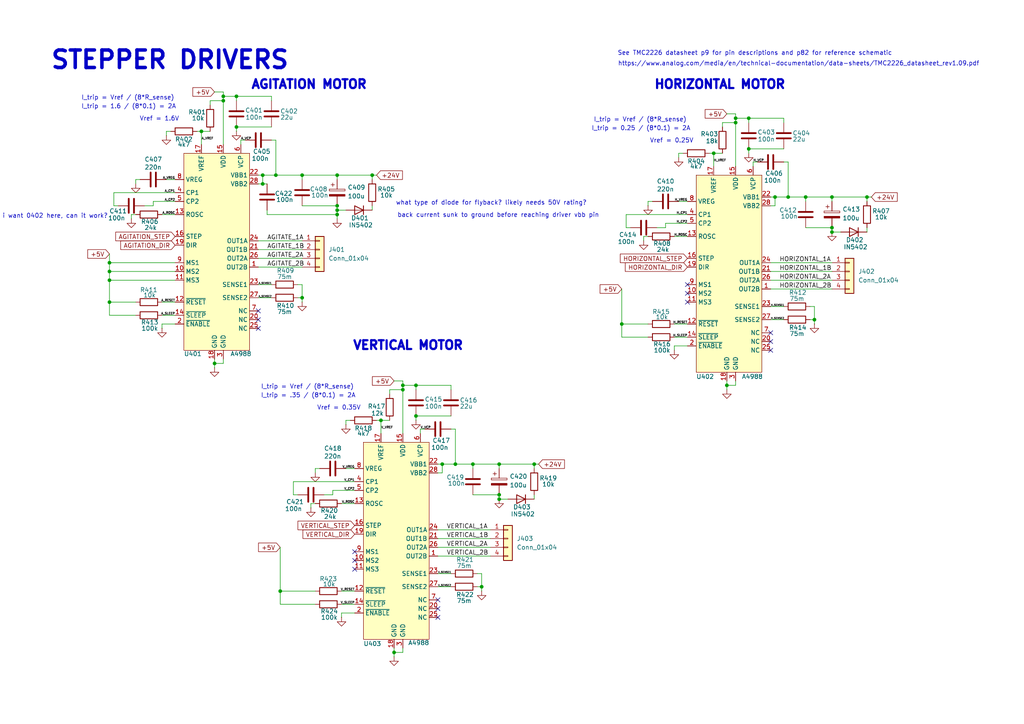
<source format=kicad_sch>
(kicad_sch (version 20250114) (generator "eeschema") (generator_version "9.0")
  (paper "A4")
  (lib_symbols
    (symbol "A4988_1"
      (property "Reference" "U" (at -7.874 20.066 0))
      (property "Value" "A4988" (at 7.366 -39.37 0))
      (symbol "A4988_1_1_1"
        (pin passive line (at -11.43 11.43 0) (length 2.54) (name "VREG") (number "8"))
        (pin input line (at -11.43 7.62 0) (length 2.54) (name "CP1") (number "4"))
        (pin input line (at -11.43 5.08 0) (length 2.54) (name "CP2") (number "5"))
        (pin input line (at -11.43 1.27 0) (length 2.54) (name "ROSC") (number "13"))
        (pin input line (at -11.43 -5.08 0) (length 2.54) (name "STEP") (number "16"))
        (pin input line (at -11.43 -7.62 0) (length 2.54) (name "DIR") (number "19"))
        (pin input line (at -11.43 -12.7 0) (length 2.54) (name "MS1") (number "9"))
        (pin input line (at -11.43 -15.24 0) (length 2.54) (name "MS2") (number "10"))
        (pin input line (at -11.43 -17.78 0) (length 2.54) (name "MS3") (number "11"))
        (pin input line (at -11.43 -24.13 0) (length 2.54) (name "~{RESET}") (number "12"))
        (pin input line (at -11.43 -27.94 0) (length 2.54) (name "~{SLEEP}") (number "14"))
        (pin input line (at -11.43 -30.48 0) (length 2.54) (name "~{ENABLE}") (number "2"))
        (pin passive line (at -3.81 21.59 270) (length 2.54) (name "VREF") (number "17"))
        (pin passive line (at 0 -40.64 90) (length 2.54) (name "GND") (number "18"))
        (pin passive line (at 0 -40.64 90) (length 2.54) (hide yes) (name "GND") (number "29"))
        (pin passive line (at 2.54 21.59 270) (length 2.54) (name "VDD") (number "15"))
        (pin passive line (at 2.54 -40.64 90) (length 2.54) (name "GND") (number "3"))
        (pin input line (at 7.62 21.59 270) (length 2.54) (name "VCP") (number "6"))
        (pin input line (at 12.7 12.7 180) (length 2.54) (name "VBB1") (number "22"))
        (pin input line (at 12.7 10.16 180) (length 2.54) (name "VBB2") (number "28"))
        (pin output line (at 12.7 -6.35 180) (length 2.54) (name "OUT1A") (number "24"))
        (pin output line (at 12.7 -8.89 180) (length 2.54) (name "OUT1B") (number "21"))
        (pin output line (at 12.7 -11.43 180) (length 2.54) (name "OUT2A") (number "26"))
        (pin output line (at 12.7 -13.97 180) (length 2.54) (name "OUT2B") (number "1"))
        (pin passive line (at 12.7 -19.05 180) (length 2.54) (name "SENSE1") (number "23"))
        (pin passive line (at 12.7 -22.86 180) (length 2.54) (name "SENSE2") (number "27"))
        (pin passive line (at 12.7 -26.67 180) (length 2.54) (name "NC") (number "7"))
        (pin passive line (at 12.7 -29.21 180) (length 2.54) (name "NC") (number "20"))
        (pin passive line (at 12.7 -31.75 180) (length 2.54) (name "NC") (number "25"))
      )
    )
    (symbol "A4988_2"
      (property "Reference" "U" (at -7.874 20.066 0))
      (property "Value" "A4988" (at 7.366 -39.37 0))
      (symbol "A4988_2_1_1"
        (pin passive line (at -11.43 11.43 0) (length 2.54) (name "VREG") (number "8"))
        (pin input line (at -11.43 7.62 0) (length 2.54) (name "CP1") (number "4"))
        (pin input line (at -11.43 5.08 0) (length 2.54) (name "CP2") (number "5"))
        (pin input line (at -11.43 1.27 0) (length 2.54) (name "ROSC") (number "13"))
        (pin input line (at -11.43 -5.08 0) (length 2.54) (name "STEP") (number "16"))
        (pin input line (at -11.43 -7.62 0) (length 2.54) (name "DIR") (number "19"))
        (pin input line (at -11.43 -12.7 0) (length 2.54) (name "MS1") (number "9"))
        (pin input line (at -11.43 -15.24 0) (length 2.54) (name "MS2") (number "10"))
        (pin input line (at -11.43 -17.78 0) (length 2.54) (name "MS3") (number "11"))
        (pin input line (at -11.43 -24.13 0) (length 2.54) (name "~{RESET}") (number "12"))
        (pin input line (at -11.43 -27.94 0) (length 2.54) (name "~{SLEEP}") (number "14"))
        (pin input line (at -11.43 -30.48 0) (length 2.54) (name "~{ENABLE}") (number "2"))
        (pin passive line (at -3.81 21.59 270) (length 2.54) (name "VREF") (number "17"))
        (pin passive line (at 0 -40.64 90) (length 2.54) (name "GND") (number "18"))
        (pin passive line (at 0 -40.64 90) (length 2.54) (hide yes) (name "GND") (number "29"))
        (pin passive line (at 2.54 21.59 270) (length 2.54) (name "VDD") (number "15"))
        (pin passive line (at 2.54 -40.64 90) (length 2.54) (name "GND") (number "3"))
        (pin input line (at 7.62 21.59 270) (length 2.54) (name "VCP") (number "6"))
        (pin input line (at 12.7 12.7 180) (length 2.54) (name "VBB1") (number "22"))
        (pin input line (at 12.7 10.16 180) (length 2.54) (name "VBB2") (number "28"))
        (pin output line (at 12.7 -6.35 180) (length 2.54) (name "OUT1A") (number "24"))
        (pin output line (at 12.7 -8.89 180) (length 2.54) (name "OUT1B") (number "21"))
        (pin output line (at 12.7 -11.43 180) (length 2.54) (name "OUT2A") (number "26"))
        (pin output line (at 12.7 -13.97 180) (length 2.54) (name "OUT2B") (number "1"))
        (pin passive line (at 12.7 -19.05 180) (length 2.54) (name "SENSE1") (number "23"))
        (pin passive line (at 12.7 -22.86 180) (length 2.54) (name "SENSE2") (number "27"))
        (pin passive line (at 12.7 -26.67 180) (length 2.54) (name "NC") (number "7"))
        (pin passive line (at 12.7 -29.21 180) (length 2.54) (name "NC") (number "20"))
        (pin passive line (at 12.7 -31.75 180) (length 2.54) (name "NC") (number "25"))
      )
    )
    (symbol "Connector_Generic:Conn_01x04" (pin_names (offset 1.016) (hide yes))
      (property "Reference" "J" (at 0 5.08 0))
      (property "Value" "Conn_01x04" (at 0 -7.62 0))
      (symbol "Conn_01x04_1_1"
        (pin passive line (at -5.08 2.54 0) (length 3.81) (name "Pin_1") (number "1"))
        (pin passive line (at -5.08 0 0) (length 3.81) (name "Pin_2") (number "2"))
        (pin passive line (at -5.08 -2.54 0) (length 3.81) (name "Pin_3") (number "3"))
        (pin passive line (at -5.08 -5.08 0) (length 3.81) (name "Pin_4") (number "4"))
      )
    )
    (symbol "Device:C" (pin_numbers (hide yes)) (pin_names (offset 0.254))
      (property "Reference" "C" (at 0.635 2.54 0))
      (property "Value" "C" (at 0.635 -2.54 0))
      (symbol "C_1_1"
        (pin passive line (at 0 3.81 270) (length 2.794) (name "~") (number "1"))
        (pin passive line (at 0 -3.81 90) (length 2.794) (name "~") (number "2"))
      )
    )
    (symbol "Device:C_Polarized" (pin_numbers (hide yes)) (pin_names (offset 0.254))
      (property "Reference" "C" (at 0.635 2.54 0))
      (property "Value" "C_Polarized" (at 0.635 -2.54 0))
      (symbol "C_Polarized_1_1"
        (pin passive line (at 0 3.81 270) (length 2.794) (name "~") (number "1"))
        (pin passive line (at 0 -3.81 90) (length 2.794) (name "~") (number "2"))
      )
    )
    (symbol "Device:D" (pin_numbers (hide yes)) (pin_names (offset 1.016) (hide yes))
      (property "Reference" "D" (at 0 2.54 0))
      (property "Value" "D" (at 0 -2.54 0))
      (symbol "D_1_1"
        (pin passive line (at -3.81 0 0) (length 2.54) (name "K") (number "1"))
        (pin passive line (at 3.81 0 180) (length 2.54) (name "A") (number "2"))
      )
    )
    (symbol "Device:R" (pin_numbers (hide yes)) (pin_names (offset 0))
      (property "Reference" "R" (at 2.032 0 90))
      (property "Value" "R" (at 0 0 90))
      (symbol "R_1_1"
        (pin passive line (at 0 3.81 270) (length 1.27) (name "~") (number "1"))
        (pin passive line (at 0 -3.81 90) (length 1.27) (name "~") (number "2"))
      )
    )
    (symbol "a4988_symbol:A4988"
      (property "Reference" "U" (at -7.874 20.066 0))
      (property "Value" "A4988" (at 7.366 -39.37 0))
      (symbol "A4988_1_1"
        (pin passive line (at -11.43 11.43 0) (length 2.54) (name "VREG") (number "8"))
        (pin input line (at -11.43 7.62 0) (length 2.54) (name "CP1") (number "4"))
        (pin input line (at -11.43 5.08 0) (length 2.54) (name "CP2") (number "5"))
        (pin input line (at -11.43 1.27 0) (length 2.54) (name "ROSC") (number "13"))
        (pin input line (at -11.43 -5.08 0) (length 2.54) (name "STEP") (number "16"))
        (pin input line (at -11.43 -7.62 0) (length 2.54) (name "DIR") (number "19"))
        (pin input line (at -11.43 -12.7 0) (length 2.54) (name "MS1") (number "9"))
        (pin input line (at -11.43 -15.24 0) (length 2.54) (name "MS2") (number "10"))
        (pin input line (at -11.43 -17.78 0) (length 2.54) (name "MS3") (number "11"))
        (pin input line (at -11.43 -24.13 0) (length 2.54) (name "~{RESET}") (number "12"))
        (pin input line (at -11.43 -27.94 0) (length 2.54) (name "~{SLEEP}") (number "14"))
        (pin input line (at -11.43 -30.48 0) (length 2.54) (name "~{ENABLE}") (number "2"))
        (pin passive line (at -3.81 21.59 270) (length 2.54) (name "VREF") (number "17"))
        (pin passive line (at 0 -40.64 90) (length 2.54) (name "GND") (number "18"))
        (pin passive line (at 0 -40.64 90) (length 2.54) (hide yes) (name "GND") (number "29"))
        (pin passive line (at 2.54 21.59 270) (length 2.54) (name "VDD") (number "15"))
        (pin passive line (at 2.54 -40.64 90) (length 2.54) (name "GND") (number "3"))
        (pin input line (at 7.62 21.59 270) (length 2.54) (name "VCP") (number "6"))
        (pin input line (at 12.7 12.7 180) (length 2.54) (name "VBB1") (number "22"))
        (pin input line (at 12.7 10.16 180) (length 2.54) (name "VBB2") (number "28"))
        (pin output line (at 12.7 -6.35 180) (length 2.54) (name "OUT1A") (number "24"))
        (pin output line (at 12.7 -8.89 180) (length 2.54) (name "OUT1B") (number "21"))
        (pin output line (at 12.7 -11.43 180) (length 2.54) (name "OUT2A") (number "26"))
        (pin output line (at 12.7 -13.97 180) (length 2.54) (name "OUT2B") (number "1"))
        (pin passive line (at 12.7 -19.05 180) (length 2.54) (name "SENSE1") (number "23"))
        (pin passive line (at 12.7 -22.86 180) (length 2.54) (name "SENSE2") (number "27"))
        (pin passive line (at 12.7 -26.67 180) (length 2.54) (name "NC") (number "7"))
        (pin passive line (at 12.7 -29.21 180) (length 2.54) (name "NC") (number "20"))
        (pin passive line (at 12.7 -31.75 180) (length 2.54) (name "NC") (number "25"))
      )
    )
    (symbol "power:GND" (power) (pin_numbers (hide yes)) (pin_names (offset 0) (hide yes))
      (property "Value" "GND" (at 0 -3.81 0))
      (symbol "GND_1_1"
        (pin power_in line (at 0 0 270) (length 0) (name "~") (number "1"))
      )
    )
  )
  (text "I_trip = 0.25 / (8*0.1) = 2A" (at 185.928 37.338 0) (effects (font (size 1.27 1.27))))
  (text "I_trip = Vref / (8*R_sense)" (at 89.154 112.268 0) (effects (font (size 1.27 1.27))))
  (text "i want 0402 here, can it work?" (at 16.002 62.738 0) (effects (font (size 1.27 1.27))))
  (text "I_trip = Vref / (8*R_sense)" (at 37.084 28.448 0) (effects (font (size 1.27 1.27))))
  (text "Vref = 1.6V" (at 46.228 34.544 0) (effects (font (size 1.27 1.27))))
  (text "I_trip = Vref / (8*R_sense)" (at 185.674 34.798 0) (effects (font (size 1.27 1.27))))
  (text "VERTICAL MOTOR" (at 118.364 100.33 0) (effects (font (size 2.54 2.54) (thickness 1.016) (bold yes))))
  (text "back current sunk to ground before reaching driver vbb pin" (at 144.526 62.484 0) (effects (font (size 1.27 1.27))))
  (text "Vref = 0.35V" (at 98.298 118.364 0) (effects (font (size 1.27 1.27))))
  (text "I_trip = .35 / (8*0.1) = 2A" (at 89.408 114.808 0) (effects (font (size 1.27 1.27))))
  (text "AGITATION MOTOR" (at 89.662 24.638 0) (effects (font (size 2.54 2.54) (thickness 1.016) (bold yes))))
  (text "STEPPER DRIVERS" (at 49.276 17.526 0) (effects (font (size 5.08 5.08) (thickness 1.016) (bold yes))))
  (text "See TMC2226 datasheet p9 for pin descriptions and p82 for reference schematic\n" (at 218.948 15.494 0) (effects (font (size 1.27 1.27))))
  (text "Vref = 0.25V" (at 194.818 40.894 0) (effects (font (size 1.27 1.27))))
  (text "HORIZONTAL MOTOR" (at 208.788 24.638 0) (effects (font (size 2.54 2.54) (thickness 1.016) (bold yes))))
  (text "https://www.analog.com/media/en/technical-documentation/data-sheets/TMC2226_datasheet_rev1.09.pdf" (at 231.648 18.542 0) (effects (font (size 1.27 1.27))))
  (text "I_trip = 1.6 / (8*0.1) = 2A" (at 37.338 30.988 0) (effects (font (size 1.27 1.27))))
  (text "what type of diode for flyback? likely needs 50V rating?" (at 142.494 58.928 0) (effects (font (size 1.27 1.27))))
  (junction (at 180.34 93.98))
  (junction (at 217.17 43.18))
  (junction (at 241.3 57.15))
  (junction (at 64.77 29.21))
  (junction (at 62.23 105.41))
  (junction (at 76.2 53.34))
  (junction (at 110.49 121.92))
  (junction (at 97.79 50.8))
  (junction (at 68.58 27.94))
  (junction (at 120.65 120.65))
  (junction (at 217.17 34.29))
  (junction (at 107.95 50.8))
  (junction (at 31.75 81.28))
  (junction (at 233.68 57.15))
  (junction (at 224.79 57.15))
  (junction (at 64.77 27.94))
  (junction (at 31.75 78.74))
  (junction (at 58.42 38.1))
  (junction (at 251.46 57.15))
  (junction (at 144.78 144.78))
  (junction (at 241.3 66.04))
  (junction (at 128.27 134.62))
  (junction (at 68.58 36.83))
  (junction (at 213.36 34.29))
  (junction (at 154.94 134.62))
  (junction (at 97.79 59.69))
  (junction (at 116.84 113.03))
  (junction (at 228.6 57.15))
  (junction (at 87.63 86.36))
  (junction (at 139.7 170.18))
  (junction (at 31.75 76.2))
  (junction (at 87.63 50.8))
  (junction (at 76.2 50.8))
  (junction (at 210.82 111.76))
  (junction (at 144.78 134.62))
  (junction (at 241.3 67.31))
  (junction (at 80.01 50.8))
  (junction (at 97.79 60.96))
  (junction (at 97.79 62.23))
  (junction (at 236.22 92.71))
  (junction (at 207.01 44.45))
  (junction (at 120.65 111.76))
  (junction (at 31.75 87.63))
  (junction (at 144.78 143.51))
  (junction (at 213.36 35.56))
  (junction (at 132.08 134.62))
  (junction (at 114.3 189.23))
  (junction (at 116.84 111.76))
  (junction (at 137.16 134.62))
  (junction (at 81.28 171.45))
  (no_connect (at 223.52 96.52))
  (no_connect (at 102.87 162.56))
  (no_connect (at 199.39 87.63))
  (no_connect (at 74.93 90.17))
  (no_connect (at 74.93 92.71))
  (no_connect (at 199.39 82.55))
  (no_connect (at 199.39 85.09))
  (no_connect (at 102.87 160.02))
  (no_connect (at 74.93 95.25))
  (no_connect (at 127 179.07))
  (no_connect (at 102.87 165.1))
  (no_connect (at 127 176.53))
  (no_connect (at 223.52 101.6))
  (no_connect (at 127 173.99))
  (no_connect (at 223.52 99.06))
  (wire (pts (xy 101.6 121.92) (xy 100.33 121.92)))
  (wire (pts (xy 121.92 124.46) (xy 123.19 124.46)))
  (wire (pts (xy 223.52 88.9) (xy 227.33 88.9)))
  (wire (pts (xy 69.85 41.91) (xy 69.85 40.64)))
  (wire (pts (xy 50.8 78.74) (xy 31.75 78.74)))
  (wire (pts (xy 217.17 34.29) (xy 217.17 35.56)))
  (wire (pts (xy 96.52 142.24) (xy 96.52 143.51)))
  (wire (pts (xy 187.96 58.42) (xy 189.23 58.42)))
  (wire (pts (xy 85.09 139.7) (xy 85.09 143.51)))
  (wire (pts (xy 85.09 139.7) (xy 102.87 139.7)))
  (wire (pts (xy 114.3 110.49) (xy 116.84 110.49)))
  (wire (pts (xy 195.58 100.33) (xy 195.58 101.6)))
  (wire (pts (xy 209.55 35.56) (xy 213.36 35.56)))
  (wire (pts (xy 99.06 177.8) (xy 99.06 179.07)))
  (wire (pts (xy 78.74 40.64) (xy 80.01 40.64)))
  (wire (pts (xy 100.33 121.92) (xy 100.33 123.19)))
  (wire (pts (xy 38.1 62.23) (xy 38.1 63.5)))
  (wire (pts (xy 49.53 38.1) (xy 48.26 38.1)))
  (wire (pts (xy 96.52 142.24) (xy 102.87 142.24)))
  (wire (pts (xy 128.27 134.62) (xy 132.08 134.62)))
  (wire (pts (xy 116.84 189.23) (xy 114.3 189.23)))
  (wire (pts (xy 241.3 58.42) (xy 241.3 57.15)))
  (wire (pts (xy 68.58 36.83) (xy 68.58 38.1)))
  (wire (pts (xy 210.82 110.49) (xy 210.82 111.76)))
  (wire (pts (xy 74.93 77.47) (xy 87.63 77.47)))
  (wire (pts (xy 217.17 43.18) (xy 227.33 43.18)))
  (wire (pts (xy 107.95 50.8) (xy 109.22 50.8)))
  (wire (pts (xy 223.52 92.71) (xy 227.33 92.71)))
  (wire (pts (xy 64.77 41.91) (xy 64.77 29.21)))
  (wire (pts (xy 91.44 135.89) (xy 92.71 135.89)))
  (wire (pts (xy 31.75 81.28) (xy 31.75 78.74)))
  (wire (pts (xy 87.63 86.36) (xy 87.63 87.63)))
  (wire (pts (xy 93.98 143.51) (xy 96.52 143.51)))
  (wire (pts (xy 251.46 57.15) (xy 241.3 57.15)))
  (wire (pts (xy 195.58 93.98) (xy 199.39 93.98)))
  (wire (pts (xy 241.3 67.31) (xy 243.84 67.31)))
  (wire (pts (xy 81.28 158.75) (xy 81.28 171.45)))
  (wire (pts (xy 116.84 113.03) (xy 116.84 111.76)))
  (wire (pts (xy 99.06 171.45) (xy 102.87 171.45)))
  (wire (pts (xy 213.36 48.26) (xy 213.36 35.56)))
  (wire (pts (xy 180.34 97.79) (xy 180.34 93.98)))
  (wire (pts (xy 64.77 105.41) (xy 62.23 105.41)))
  (wire (pts (xy 144.78 143.51) (xy 144.78 144.78)))
  (wire (pts (xy 91.44 146.05) (xy 90.17 146.05)))
  (wire (pts (xy 223.52 76.2) (xy 241.3 76.2)))
  (wire (pts (xy 114.3 187.96) (xy 114.3 189.23)))
  (wire (pts (xy 207.01 44.45) (xy 207.01 48.26)))
  (wire (pts (xy 223.52 78.74) (xy 241.3 78.74)))
  (wire (pts (xy 236.22 92.71) (xy 236.22 93.98)))
  (wire (pts (xy 213.36 33.02) (xy 213.36 34.29)))
  (wire (pts (xy 46.99 93.98) (xy 46.99 95.25)))
  (wire (pts (xy 60.96 38.1) (xy 58.42 38.1)))
  (wire (pts (xy 241.3 66.04) (xy 241.3 67.31)))
  (wire (pts (xy 81.28 175.26) (xy 81.28 171.45)))
  (wire (pts (xy 100.33 135.89) (xy 102.87 135.89)))
  (wire (pts (xy 113.03 113.03) (xy 113.03 114.3)))
  (wire (pts (xy 46.99 62.23) (xy 50.8 62.23)))
  (wire (pts (xy 80.01 40.64) (xy 80.01 50.8)))
  (wire (pts (xy 210.82 111.76) (xy 210.82 113.03)))
  (wire (pts (xy 154.94 134.62) (xy 156.21 134.62)))
  (wire (pts (xy 91.44 137.16) (xy 91.44 135.89)))
  (wire (pts (xy 68.58 27.94) (xy 68.58 29.21)))
  (wire (pts (xy 139.7 166.37) (xy 139.7 170.18)))
  (wire (pts (xy 50.8 81.28) (xy 31.75 81.28)))
  (wire (pts (xy 114.3 189.23) (xy 114.3 190.5)))
  (wire (pts (xy 44.45 58.42) (xy 50.8 58.42)))
  (wire (pts (xy 205.74 44.45) (xy 207.01 44.45)))
  (wire (pts (xy 62.23 104.14) (xy 62.23 105.41)))
  (wire (pts (xy 64.77 26.67) (xy 64.77 27.94)))
  (wire (pts (xy 113.03 121.92) (xy 110.49 121.92)))
  (wire (pts (xy 50.8 76.2) (xy 31.75 76.2)))
  (wire (pts (xy 193.04 64.77) (xy 193.04 66.04)))
  (wire (pts (xy 233.68 66.04) (xy 241.3 66.04)))
  (wire (pts (xy 121.92 125.73) (xy 121.92 124.46)))
  (wire (pts (xy 85.09 143.51) (xy 86.36 143.51)))
  (wire (pts (xy 116.84 111.76) (xy 120.65 111.76)))
  (wire (pts (xy 64.77 29.21) (xy 64.77 27.94)))
  (wire (pts (xy 234.95 92.71) (xy 236.22 92.71)))
  (wire (pts (xy 223.52 59.69) (xy 224.79 59.69)))
  (wire (pts (xy 234.95 88.9) (xy 236.22 88.9)))
  (wire (pts (xy 251.46 66.04) (xy 251.46 67.31)))
  (wire (pts (xy 228.6 57.15) (xy 233.68 57.15)))
  (wire (pts (xy 86.36 86.36) (xy 87.63 86.36)))
  (wire (pts (xy 39.37 52.07) (xy 40.64 52.07)))
  (wire (pts (xy 120.65 111.76) (xy 120.65 113.03)))
  (wire (pts (xy 97.79 60.96) (xy 97.79 62.23)))
  (wire (pts (xy 109.22 121.92) (xy 110.49 121.92)))
  (wire (pts (xy 224.79 57.15) (xy 224.79 59.69)))
  (wire (pts (xy 127 156.21) (xy 142.24 156.21)))
  (wire (pts (xy 31.75 78.74) (xy 31.75 76.2)))
  (wire (pts (xy 33.02 55.88) (xy 50.8 55.88)))
  (wire (pts (xy 128.27 134.62) (xy 127 134.62)))
  (wire (pts (xy 224.79 57.15) (xy 228.6 57.15)))
  (wire (pts (xy 39.37 62.23) (xy 38.1 62.23)))
  (wire (pts (xy 58.42 38.1) (xy 58.42 41.91)))
  (wire (pts (xy 76.2 53.34) (xy 77.47 53.34)))
  (wire (pts (xy 186.69 68.58) (xy 186.69 69.85)))
  (wire (pts (xy 62.23 105.41) (xy 62.23 106.68)))
  (wire (pts (xy 46.99 91.44) (xy 50.8 91.44)))
  (wire (pts (xy 64.77 27.94) (xy 68.58 27.94)))
  (wire (pts (xy 107.95 50.8) (xy 97.79 50.8)))
  (wire (pts (xy 80.01 50.8) (xy 87.63 50.8)))
  (wire (pts (xy 180.34 83.82) (xy 180.34 93.98)))
  (wire (pts (xy 74.93 72.39) (xy 87.63 72.39)))
  (wire (pts (xy 138.43 170.18) (xy 139.7 170.18)))
  (wire (pts (xy 81.28 171.45) (xy 91.44 171.45)))
  (wire (pts (xy 209.55 44.45) (xy 207.01 44.45)))
  (wire (pts (xy 46.99 93.98) (xy 50.8 93.98)))
  (wire (pts (xy 60.96 29.21) (xy 60.96 30.48)))
  (wire (pts (xy 196.85 44.45) (xy 196.85 45.72)))
  (wire (pts (xy 39.37 53.34) (xy 39.37 52.07)))
  (wire (pts (xy 69.85 40.64) (xy 71.12 40.64)))
  (wire (pts (xy 224.79 57.15) (xy 223.52 57.15)))
  (wire (pts (xy 144.78 144.78) (xy 147.32 144.78)))
  (wire (pts (xy 130.81 111.76) (xy 130.81 113.03)))
  (wire (pts (xy 127 158.75) (xy 142.24 158.75)))
  (wire (pts (xy 31.75 87.63) (xy 31.75 81.28)))
  (wire (pts (xy 127 161.29) (xy 142.24 161.29)))
  (wire (pts (xy 127 153.67) (xy 142.24 153.67)))
  (wire (pts (xy 181.61 66.04) (xy 182.88 66.04)))
  (wire (pts (xy 97.79 59.69) (xy 97.79 60.96)))
  (wire (pts (xy 138.43 166.37) (xy 139.7 166.37)))
  (wire (pts (xy 33.02 59.69) (xy 34.29 59.69)))
  (wire (pts (xy 116.84 110.49) (xy 116.84 111.76)))
  (wire (pts (xy 213.36 111.76) (xy 210.82 111.76)))
  (wire (pts (xy 180.34 97.79) (xy 187.96 97.79)))
  (wire (pts (xy 217.17 34.29) (xy 227.33 34.29)))
  (wire (pts (xy 33.02 55.88) (xy 33.02 59.69)))
  (wire (pts (xy 127 170.18) (xy 130.81 170.18)))
  (wire (pts (xy 137.16 143.51) (xy 144.78 143.51)))
  (wire (pts (xy 81.28 175.26) (xy 91.44 175.26)))
  (wire (pts (xy 116.84 125.73) (xy 116.84 113.03)))
  (wire (pts (xy 154.94 143.51) (xy 154.94 144.78)))
  (wire (pts (xy 76.2 50.8) (xy 80.01 50.8)))
  (wire (pts (xy 48.26 52.07) (xy 50.8 52.07)))
  (wire (pts (xy 78.74 27.94) (xy 78.74 29.21)))
  (wire (pts (xy 90.17 146.05) (xy 90.17 147.32)))
  (wire (pts (xy 62.23 26.67) (xy 64.77 26.67)))
  (wire (pts (xy 46.99 87.63) (xy 50.8 87.63)))
  (wire (pts (xy 181.61 62.23) (xy 181.61 66.04)))
  (wire (pts (xy 227.33 34.29) (xy 227.33 35.56)))
  (wire (pts (xy 87.63 59.69) (xy 97.79 59.69)))
  (wire (pts (xy 120.65 111.76) (xy 130.81 111.76)))
  (wire (pts (xy 120.65 120.65) (xy 120.65 121.92)))
  (wire (pts (xy 233.68 57.15) (xy 241.3 57.15)))
  (wire (pts (xy 87.63 50.8) (xy 87.63 52.07)))
  (wire (pts (xy 120.65 120.65) (xy 130.81 120.65)))
  (wire (pts (xy 132.08 134.62) (xy 137.16 134.62)))
  (wire (pts (xy 41.91 59.69) (xy 44.45 59.69)))
  (wire (pts (xy 99.06 175.26) (xy 102.87 175.26)))
  (wire (pts (xy 77.47 62.23) (xy 97.79 62.23)))
  (wire (pts (xy 77.47 60.96) (xy 77.47 62.23)))
  (wire (pts (xy 48.26 38.1) (xy 48.26 39.37)))
  (wire (pts (xy 137.16 134.62) (xy 144.78 134.62)))
  (wire (pts (xy 110.49 121.92) (xy 110.49 125.73)))
  (wire (pts (xy 127 166.37) (xy 130.81 166.37)))
  (wire (pts (xy 144.78 135.89) (xy 144.78 134.62)))
  (wire (pts (xy 154.94 134.62) (xy 144.78 134.62)))
  (wire (pts (xy 196.85 58.42) (xy 199.39 58.42)))
  (wire (pts (xy 107.95 52.07) (xy 107.95 50.8)))
  (wire (pts (xy 251.46 58.42) (xy 251.46 57.15)))
  (wire (pts (xy 198.12 44.45) (xy 196.85 44.45)))
  (wire (pts (xy 76.2 50.8) (xy 76.2 53.34)))
  (wire (pts (xy 31.75 91.44) (xy 31.75 87.63)))
  (wire (pts (xy 223.52 83.82) (xy 241.3 83.82)))
  (wire (pts (xy 218.44 48.26) (xy 218.44 46.99)))
  (wire (pts (xy 213.36 34.29) (xy 217.17 34.29)))
  (wire (pts (xy 187.96 68.58) (xy 186.69 68.58)))
  (wire (pts (xy 217.17 43.18) (xy 217.17 44.45)))
  (wire (pts (xy 99.06 177.8) (xy 102.87 177.8)))
  (wire (pts (xy 87.63 82.55) (xy 87.63 86.36)))
  (wire (pts (xy 180.34 93.98) (xy 187.96 93.98)))
  (wire (pts (xy 99.06 146.05) (xy 102.87 146.05)))
  (wire (pts (xy 31.75 91.44) (xy 39.37 91.44)))
  (wire (pts (xy 130.81 124.46) (xy 132.08 124.46)))
  (wire (pts (xy 195.58 100.33) (xy 199.39 100.33)))
  (wire (pts (xy 74.93 69.85) (xy 87.63 69.85)))
  (wire (pts (xy 74.93 86.36) (xy 78.74 86.36)))
  (wire (pts (xy 127 137.16) (xy 128.27 137.16)))
  (wire (pts (xy 195.58 97.79) (xy 199.39 97.79)))
  (wire (pts (xy 113.03 113.03) (xy 116.84 113.03)))
  (wire (pts (xy 187.96 59.69) (xy 187.96 58.42)))
  (wire (pts (xy 107.95 59.69) (xy 107.95 60.96)))
  (wire (pts (xy 236.22 88.9) (xy 236.22 92.71)))
  (wire (pts (xy 116.84 187.96) (xy 116.84 189.23)))
  (wire (pts (xy 139.7 170.18) (xy 139.7 171.45)))
  (wire (pts (xy 68.58 27.94) (xy 78.74 27.94)))
  (wire (pts (xy 218.44 46.99) (xy 219.71 46.99)))
  (wire (pts (xy 195.58 68.58) (xy 199.39 68.58)))
  (wire (pts (xy 64.77 104.14) (xy 64.77 105.41)))
  (wire (pts (xy 97.79 62.23) (xy 97.79 63.5)))
  (wire (pts (xy 68.58 36.83) (xy 78.74 36.83)))
  (wire (pts (xy 137.16 134.62) (xy 137.16 135.89)))
  (wire (pts (xy 193.04 64.77) (xy 199.39 64.77)))
  (wire (pts (xy 233.68 57.15) (xy 233.68 58.42)))
  (wire (pts (xy 210.82 33.02) (xy 213.36 33.02)))
  (wire (pts (xy 31.75 73.66) (xy 31.75 76.2)))
  (wire (pts (xy 87.63 50.8) (xy 97.79 50.8)))
  (wire (pts (xy 97.79 60.96) (xy 100.33 60.96)))
  (wire (pts (xy 209.55 35.56) (xy 209.55 36.83)))
  (wire (pts (xy 97.79 52.07) (xy 97.79 50.8)))
  (wire (pts (xy 57.15 38.1) (xy 58.42 38.1)))
  (wire (pts (xy 74.93 82.55) (xy 78.74 82.55)))
  (wire (pts (xy 74.93 53.34) (xy 76.2 53.34)))
  (wire (pts (xy 86.36 82.55) (xy 87.63 82.55)))
  (wire (pts (xy 223.52 81.28) (xy 241.3 81.28)))
  (wire (pts (xy 132.08 124.46) (xy 132.08 134.62)))
  (wire (pts (xy 74.93 74.93) (xy 87.63 74.93)))
  (wire (pts (xy 228.6 46.99) (xy 228.6 57.15)))
  (wire (pts (xy 31.75 87.63) (xy 39.37 87.63)))
  (wire (pts (xy 181.61 62.23) (xy 199.39 62.23)))
  (wire (pts (xy 76.2 50.8) (xy 74.93 50.8)))
  (wire (pts (xy 227.33 46.99) (xy 228.6 46.99)))
  (wire (pts (xy 213.36 35.56) (xy 213.36 34.29)))
  (wire (pts (xy 190.5 66.04) (xy 193.04 66.04)))
  (wire (pts (xy 213.36 110.49) (xy 213.36 111.76)))
  (wire (pts (xy 251.46 57.15) (xy 252.73 57.15)))
  (wire (pts (xy 60.96 29.21) (xy 64.77 29.21)))
  (wire (pts (xy 44.45 58.42) (xy 44.45 59.69)))
  (wire (pts (xy 154.94 135.89) (xy 154.94 134.62)))
  (wire (pts (xy 128.27 134.62) (xy 128.27 137.16)))
  (label "V_CP2" (at 102.87 142.24 180) (effects (font (size 0.635 0.635))))
  (label "H_RESET" (at 199.39 93.98 180) (effects (font (size 0.635 0.635))))
  (label "AGITATE_2B" (at 77.47 77.47 0))
  (label "VERTICAL_2A" (at 129.54 158.75 0))
  (label "HORIZONTAL_1A" (at 226.06 76.2 0))
  (label "AGITATE_1B" (at 77.47 72.39 0))
  (label "V_RESET" (at 102.87 171.45 180) (effects (font (size 0.635 0.635))))
  (label "H_SENSE2" (at 223.52 92.71 0) (effects (font (size 0.508 0.508))))
  (label "H_SLEEP" (at 199.39 97.79 180) (effects (font (size 0.635 0.635))))
  (label "A_SENSE2" (at 74.93 86.36 0) (effects (font (size 0.508 0.508))))
  (label "V_VCP" (at 121.92 124.46 0) (effects (font (size 0.635 0.635))))
  (label "A_CP1" (at 50.8 55.88 180) (effects (font (size 0.635 0.635))))
  (label "HORIZONTAL_2B" (at 226.06 83.82 0))
  (label "H_CP1" (at 199.39 62.23 180) (effects (font (size 0.635 0.635))))
  (label "H_VREG" (at 199.39 58.42 180) (effects (font (size 0.635 0.635))))
  (label "A_SENSE1" (at 74.93 82.55 0) (effects (font (size 0.508 0.508))))
  (label "VERTICAL_1B" (at 129.54 156.21 0))
  (label "A_RESET" (at 50.8 87.63 180) (effects (font (size 0.635 0.635))))
  (label "V_ROSC" (at 102.87 146.05 180) (effects (font (size 0.635 0.635))))
  (label "V_SENSE1" (at 127 166.37 0) (effects (font (size 0.508 0.508))))
  (label "AGITATE_2A" (at 77.47 74.93 0))
  (label "V_VREG" (at 102.87 135.89 180) (effects (font (size 0.635 0.635))))
  (label "H_CP2" (at 199.39 64.77 180) (effects (font (size 0.635 0.635))))
  (label "A_VREG" (at 50.8 52.07 180) (effects (font (size 0.635 0.635))))
  (label "V_VREF" (at 110.49 124.46 0) (effects (font (size 0.635 0.635))))
  (label "A_SLEEP" (at 50.8 91.44 180) (effects (font (size 0.635 0.635))))
  (label "VERTICAL_1A" (at 129.54 153.67 0))
  (label "VERTICAL_2B" (at 129.54 161.29 0))
  (label "A_ROSC" (at 50.8 62.23 180) (effects (font (size 0.635 0.635))))
  (label "A_VREF" (at 58.42 40.64 0) (effects (font (size 0.635 0.635))))
  (label "HORIZONTAL_2A" (at 226.06 81.28 0))
  (label "V_CP1" (at 102.87 139.7 180) (effects (font (size 0.635 0.635))))
  (label "A_VCP" (at 69.85 40.64 0) (effects (font (size 0.635 0.635))))
  (label "AGITATE_1A" (at 77.47 69.85 0))
  (label "A_CP2" (at 50.8 58.42 180) (effects (font (size 0.635 0.635))))
  (label "H_VCP" (at 218.44 46.99 0) (effects (font (size 0.635 0.635))))
  (label "V_SLEEP" (at 102.87 175.26 180) (effects (font (size 0.635 0.635))))
  (label "H_VREF" (at 207.01 46.99 0) (effects (font (size 0.635 0.635))))
  (label "HORIZONTAL_1B" (at 226.06 78.74 0))
  (label "H_ROSC" (at 199.39 68.58 180) (effects (font (size 0.635 0.635))))
  (label "V_SENSE2" (at 127 170.18 0) (effects (font (size 0.508 0.508))))
  (label "H_SENSE1" (at 223.52 88.9 0) (effects (font (size 0.508 0.508))))
  (global_label "+5V" (shape input) (at 180.34 83.82 180) (property "Intersheetrefs" "${INTERSHEET_REFS}" (effects (hide yes))))
  (global_label "+24V" (shape input) (at 109.22 50.8 0) (property "Intersheetrefs" "${INTERSHEET_REFS}" (effects (hide yes))))
  (global_label "VERTICAL_DIR" (shape input) (at 102.87 154.94 180) (property "Intersheetrefs" "${INTERSHEET_REFS}" (effects (hide yes))))
  (global_label "+5V" (shape input) (at 114.3 110.49 180) (property "Intersheetrefs" "${INTERSHEET_REFS}" (effects (hide yes))))
  (global_label "AGITATION_STEP" (shape input) (at 50.8 68.58 180) (property "Intersheetrefs" "${INTERSHEET_REFS}" (effects (hide yes))))
  (global_label "+5V" (shape input) (at 210.82 33.02 180) (property "Intersheetrefs" "${INTERSHEET_REFS}" (effects (hide yes))))
  (global_label "HORIZONTAL_DIR" (shape input) (at 199.39 77.47 180) (property "Intersheetrefs" "${INTERSHEET_REFS}" (effects (hide yes))))
  (global_label "+5V" (shape input) (at 62.23 26.67 180) (property "Intersheetrefs" "${INTERSHEET_REFS}" (effects (hide yes))))
  (global_label "AGITATION_DIR" (shape input) (at 50.8 71.12 180) (property "Intersheetrefs" "${INTERSHEET_REFS}" (effects (hide yes))))
  (global_label "VERTICAL_STEP" (shape input) (at 102.87 152.4 180) (property "Intersheetrefs" "${INTERSHEET_REFS}" (effects (hide yes))))
  (global_label "+5V" (shape input) (at 31.75 73.66 180) (property "Intersheetrefs" "${INTERSHEET_REFS}" (effects (hide yes))))
  (global_label "HORIZONTAL_STEP" (shape input) (at 199.39 74.93 180) (property "Intersheetrefs" "${INTERSHEET_REFS}" (effects (hide yes))))
  (global_label "+24V" (shape input) (at 252.73 57.15 0) (property "Intersheetrefs" "${INTERSHEET_REFS}" (effects (hide yes))))
  (global_label "+5V" (shape input) (at 81.28 158.75 180) (property "Intersheetrefs" "${INTERSHEET_REFS}" (effects (hide yes))))
  (global_label "+24V" (shape input) (at 156.21 134.62 0) (property "Intersheetrefs" "${INTERSHEET_REFS}" (effects (hide yes))))
  (symbol (lib_id "power:GND") (at 196.85 45.72 0) (unit 1)
    (property "Reference" "#PWR0404" (effects (hide yes)))
    (property "Value" "GND" (effects (hide yes)))
    (property "Description" "Power symbol creates a global label with name \"GND\" , ground" (effects (hide yes)))
  )
  (symbol (lib_id "power:GND") (at 186.69 69.85 0) (unit 1)
    (property "Reference" "#PWR0410" (effects (hide yes)))
    (property "Value" "GND" (effects (hide yes)))
    (property "Description" "Power symbol creates a global label with name \"GND\" , ground" (effects (hide yes)))
  )
  (symbol (lib_id "Device:C_Polarized") (at 144.78 139.7 0) (unit 1) (in_bom no)
    (property "Reference" "C420" (at 147.828 138.176 0) (effects (justify left)))
    (property "Value" "100u" (at 147.828 140.716 0) (effects (justify left)))
    (property "Footprint" "Capacitor_THT:CP_Radial_D16.0mm_P7.50mm" (effects (hide yes)))
    (property "Description" "Polarized capacitor" (effects (hide yes)))
  )
  (symbol (lib_id "Device:R") (at 43.18 87.63 90) (unit 1)
    (property "Reference" "R411" (at 45.72 84.074 90) (effects (justify left)))
    (property "Value" "10k" (at 45.212 85.598 90) (effects (justify left)))
    (property "Footprint" "Resistor_SMD:R_0603_1608Metric" (effects (hide yes)))
    (property "Description" "Resistor" (effects (hide yes)))
    (property "Manufacturer" "UNI-ROYAL(Uniroyal Elec)" (effects (hide yes)))
    (property "MPN" "0603WAF1002T5E" (effects (hide yes)))
    (property "LCSC Part Number" "C25804" (effects (hide yes)))
  )
  (symbol (lib_id "Device:C") (at 137.16 139.7 180) (unit 1)
    (property "Reference" "C419" (at 134.62 138.43 0) (effects (justify left)))
    (property "Value" "100n" (at 134.874 140.208 0) (effects (justify left)))
    (property "Footprint" "Capacitor_SMD:C_0603_1608Metric" (effects (hide yes)))
    (property "Description" "Unpolarized capacitor" (effects (hide yes)))
    (property "Manufacturer" "YAGEO" (effects (hide yes)))
    (property "MPN" "CC0603KRX7R9BB104" (effects (hide yes)))
    (property "LCSC Part Number" "C14663" (effects (hide yes)))
  )
  (symbol (lib_id "Device:R") (at 191.77 97.79 90) (unit 1)
    (property "Reference" "R416" (at 192.024 99.822 90))
    (property "Value" "100k" (at 192.024 101.6 90))
    (property "Footprint" "Resistor_SMD:R_0603_1608Metric" (effects (hide yes)))
    (property "Description" "Resistor" (effects (hide yes)))
    (property "Manufacturer" "UNI-ROYAL(Uniroyal Elec)" (effects (hide yes)))
    (property "MPN" "0603WAF1003T5E" (effects (hide yes)))
    (property "LCSC Part Number" "C25803" (effects (hide yes)))
  )
  (symbol (lib_id "power:GND") (at 97.79 63.5 0) (unit 1)
    (property "Reference" "#PWR0407" (effects (hide yes)))
    (property "Value" "GND" (effects (hide yes)))
    (property "Description" "Power symbol creates a global label with name \"GND\" , ground" (effects (hide yes)))
  )
  (symbol (lib_id "Device:C") (at 193.04 58.42 270) (unit 1)
    (property "Reference" "C410" (at 190.5 52.578 90) (effects (justify left)))
    (property "Value" "220n" (at 190.5 54.864 90) (effects (justify left)))
    (property "Footprint" "Capacitor_SMD:C_0805_2012Metric" (effects (hide yes)))
    (property "Description" "Unpolarized capacitor" (effects (hide yes)))
    (property "Manufacturer" "Samsung Electro-Mechanics" (effects (hide yes)))
    (property "MPN" "CL21B224KBFNNNE" (effects (hide yes)))
    (property "LCSC Part Number" "C5378" (effects (hide yes)))
  )
  (symbol (lib_id "power:GND") (at 62.23 106.68 0) (unit 1)
    (property "Reference" "#PWR0415" (effects (hide yes)))
    (property "Value" "GND" (effects (hide yes)))
    (property "Description" "Power symbol creates a global label with name \"GND\" , ground" (effects (hide yes)))
  )
  (symbol (lib_id "Device:D") (at 151.13 144.78 180) (unit 1) (in_bom no)
    (property "Reference" "D403" (at 151.384 147.066 0))
    (property "Value" "IN5402" (at 151.638 149.098 0))
    (property "Footprint" "Diode_THT:D_DO-27_P15.24mm_Horizontal" (effects (hide yes)))
    (property "Description" "Diode" (effects (hide yes)))
    (property "Sim.Device" "D" (effects (hide yes)))
    (property "Sim.Pins" "1=K 2=A" (effects (hide yes)))
  )
  (symbol (lib_id "a4988_symbol:A4988") (at 114.3 147.32 0) (unit 1)
    (property "Reference" "U403" (at 105.41 186.69 0) (effects (justify left)))
    (property "Value" "A4988" (at 118.364 186.436 0) (effects (justify left)))
    (property "Footprint" "Package_DFN_QFN:QFN-28-1EP_5x5mm_P0.5mm_EP3.25x3.25mm_ThermalVias" (effects (hide yes)))
    (property "Datasheet" "kicad-embed://A4988-Datasheet.pdf" (effects (hide yes)))
    (property "Manufacturer" "Allegro MicroSystems, LLC" (effects (hide yes)))
    (property "MPN" "A4988SETTR-T" (effects (hide yes)))
    (property "LCSC Part Number" "C38437" (effects (hide yes)))
  )
  (symbol (lib_id "Device:R") (at 95.25 171.45 90) (unit 1)
    (property "Reference" "R423" (at 97.79 167.894 90) (effects (justify left)))
    (property "Value" "10k" (at 97.282 169.418 90) (effects (justify left)))
    (property "Footprint" "Resistor_SMD:R_0603_1608Metric" (effects (hide yes)))
    (property "Description" "Resistor" (effects (hide yes)))
    (property "Manufacturer" "UNI-ROYAL(Uniroyal Elec)" (effects (hide yes)))
    (property "MPN" "0603WAF1002T5E" (effects (hide yes)))
    (property "LCSC Part Number" "C25804" (effects (hide yes)))
  )
  (symbol (lib_id "power:GND") (at 210.82 113.03 0) (unit 1)
    (property "Reference" "#PWR0416" (effects (hide yes)))
    (property "Value" "GND" (effects (hide yes)))
    (property "Description" "Power symbol creates a global label with name \"GND\" , ground" (effects (hide yes)))
  )
  (symbol (lib_id "power:GND") (at 39.37 53.34 0) (unit 1)
    (property "Reference" "#PWR0405" (effects (hide yes)))
    (property "Value" "GND" (effects (hide yes)))
    (property "Description" "Power symbol creates a global label with name \"GND\" , ground" (effects (hide yes)))
  )
  (symbol (lib_id "power:GND") (at 91.44 137.16 0) (unit 1)
    (property "Reference" "#PWR0419" (effects (hide yes)))
    (property "Value" "GND" (effects (hide yes)))
    (property "Description" "Power symbol creates a global label with name \"GND\" , ground" (effects (hide yes)))
  )
  (symbol (lib_id "Device:R") (at 53.34 38.1 270) (unit 1)
    (property "Reference" "R402" (at 53.34 40.386 90))
    (property "Value" "4k7" (at 53.34 41.91 90))
    (property "Footprint" "Resistor_SMD:R_0603_1608Metric" (effects (hide yes)))
    (property "Description" "Resistor" (effects (hide yes)))
    (property "Manufacturer" "UNI-ROYAL(Uniroyal Elec)" (effects (hide yes)))
    (property "MPN" "0603WAF4701T5E" (effects (hide yes)))
    (property "LCSC Part Number" "C23162" (effects (hide yes)))
  )
  (symbol (lib_id "Device:R") (at 113.03 118.11 180) (unit 1)
    (property "Reference" "R417" (at 109.22 117.856 0))
    (property "Value" "12k" (at 109.474 119.888 0))
    (property "Footprint" "Resistor_SMD:R_0603_1608Metric" (effects (hide yes)))
    (property "Description" "Resistor" (effects (hide yes)))
    (property "Manufacturer" "UNI-ROYAL(Uniroyal Elec)" (effects (hide yes)))
    (property "MPN" "0603WAF1202T5E" (effects (hide yes)))
    (property "LCSC Part Number" "C22790" (effects (hide yes)))
  )
  (symbol (lib_id "Device:C") (at 74.93 40.64 90) (unit 1)
    (property "Reference" "C405" (at 78.486 43.942 90) (effects (justify left)))
    (property "Value" "100n" (at 77.978 45.974 90) (effects (justify left)))
    (property "Footprint" "Capacitor_SMD:C_0603_1608Metric" (effects (hide yes)))
    (property "Description" "Unpolarized capacitor" (effects (hide yes)))
    (property "Manufacturer" "YAGEO" (effects (hide yes)))
    (property "MPN" "CC0603KRX7R9BB104" (effects (hide yes)))
    (property "LCSC Part Number" "C14663" (effects (hide yes)))
  )
  (symbol (lib_id "Device:R") (at 154.94 139.7 0) (unit 1)
    (property "Reference" "R419" (at 156.464 138.684 0) (effects (justify left)))
    (property "Value" "10k" (at 157.226 140.462 0) (effects (justify left)))
    (property "Footprint" "Resistor_SMD:R_0603_1608Metric" (effects (hide yes)))
    (property "Description" "Resistor" (effects (hide yes)))
    (property "Manufacturer" "UNI-ROYAL(Uniroyal Elec)" (effects (hide yes)))
    (property "MPN" "0603WAF1002T5E" (effects (hide yes)))
    (property "LCSC Part Number" "C25804" (effects (hide yes)))
  )
  (symbol (lib_id "Device:R") (at 209.55 40.64 0) (unit 1)
    (property "Reference" "R403" (at 205.74 38.862 0))
    (property "Value" "18k" (at 206.502 40.894 0))
    (property "Footprint" "Resistor_SMD:R_0603_1608Metric" (effects (hide yes)))
    (property "Description" "Resistor" (effects (hide yes)))
    (property "Manufacturer" "UNI-ROYAL(Uniroyal Elec)" (effects (hide yes)))
    (property "MPN" "0603WAF1802T5E" (effects (hide yes)))
    (property "LCSC Part Number" "C25810" (effects (hide yes)))
  )
  (symbol (lib_id "power:GND") (at 236.22 93.98 0) (unit 1)
    (property "Reference" "#PWR0412" (effects (hide yes)))
    (property "Value" "GND" (effects (hide yes)))
    (property "Description" "Power symbol creates a global label with name \"GND\" , ground" (effects (hide yes)))
  )
  (symbol (lib_id "Device:R") (at 231.14 88.9 90) (unit 1)
    (property "Reference" "R412" (at 231.394 84.836 90))
    (property "Value" "75m" (at 231.14 86.614 90))
    (property "Footprint" "Resistor_SMD:R_1206_3216Metric" (effects (hide yes)))
    (property "Description" "Resistor" (effects (hide yes)))
    (property "Manufacturer" "Ever Ohms Tech" (effects (hide yes)))
    (property "MPN" "CR1206FR075P05R" (effects (hide yes)))
    (property "LCSC Part Number" "C149663" (effects (hide yes)))
  )
  (symbol (lib_id "Device:C") (at 38.1 59.69 90) (unit 1)
    (property "Reference" "C411" (at 36.83 61.214 90) (effects (justify left)))
    (property "Value" "100n" (at 36.322 63.246 90) (effects (justify left)))
    (property "Footprint" "Capacitor_SMD:C_0603_1608Metric" (effects (hide yes)))
    (property "Description" "Unpolarized capacitor" (effects (hide yes)))
    (property "Manufacturer" "YAGEO" (effects (hide yes)))
    (property "MPN" "CC0603KRX7R9BB104" (effects (hide yes)))
    (property "LCSC Part Number" "C14663" (effects (hide yes)))
  )
  (symbol (lib_id "Device:C") (at 127 124.46 90) (unit 1)
    (property "Reference" "C417" (at 130.556 127.762 90) (effects (justify left)))
    (property "Value" "100n" (at 130.048 129.794 90) (effects (justify left)))
    (property "Footprint" "Capacitor_SMD:C_0603_1608Metric" (effects (hide yes)))
    (property "Description" "Unpolarized capacitor" (effects (hide yes)))
    (property "Manufacturer" "YAGEO" (effects (hide yes)))
    (property "MPN" "CC0603KRX7R9BB104" (effects (hide yes)))
    (property "LCSC Part Number" "C14663" (effects (hide yes)))
  )
  (symbol (lib_id "Device:R") (at 201.93 44.45 270) (unit 1)
    (property "Reference" "R404" (at 201.93 46.736 90))
    (property "Value" "4k7" (at 201.93 48.26 90))
    (property "Footprint" "Resistor_SMD:R_0603_1608Metric" (effects (hide yes)))
    (property "Description" "Resistor" (effects (hide yes)))
    (property "Manufacturer" "UNI-ROYAL(Uniroyal Elec)" (effects (hide yes)))
    (property "MPN" "0603WAF4701T5E" (effects (hide yes)))
    (property "LCSC Part Number" "C23162" (effects (hide yes)))
  )
  (symbol (lib_id "power:GND") (at 90.17 147.32 0) (unit 1)
    (property "Reference" "#PWR0421" (effects (hide yes)))
    (property "Value" "GND" (effects (hide yes)))
    (property "Description" "Power symbol creates a global label with name \"GND\" , ground" (effects (hide yes)))
  )
  (symbol (lib_id "Device:C") (at 130.81 116.84 0) (unit 1)
    (property "Reference" "C416" (at 133.35 116.078 0) (effects (justify left)))
    (property "Value" "22u" (at 133.35 117.856 0) (effects (justify left)))
    (property "Footprint" "Capacitor_SMD:C_0603_1608Metric" (effects (hide yes)))
    (property "Description" "Unpolarized capacitor" (effects (hide yes)))
    (property "Manufacturer" "Samsung Electro-Mechanics" (effects (hide yes)))
    (property "MPN" "CL21A226MAQNNNE" (effects (hide yes)))
    (property "LCSC Part Number" "C45783" (effects (hide yes)))
  )
  (symbol (lib_id "Device:C_Polarized") (at 97.79 55.88 0) (unit 1) (in_bom no)
    (property "Reference" "C409" (at 100.838 54.356 0) (effects (justify left)))
    (property "Value" "100u" (at 100.838 56.896 0) (effects (justify left)))
    (property "Footprint" "Capacitor_THT:CP_Radial_D16.0mm_P7.50mm" (effects (hide yes)))
    (property "Description" "Polarized capacitor" (effects (hide yes)))
  )
  (symbol (lib_id "Device:D") (at 104.14 60.96 180) (unit 1) (in_bom no)
    (property "Reference" "D401" (at 104.394 63.246 0))
    (property "Value" "IN5402" (at 104.648 65.278 0))
    (property "Footprint" "Diode_THT:D_DO-27_P15.24mm_Horizontal" (effects (hide yes)))
    (property "Description" "Diode" (effects (hide yes)))
    (property "Sim.Device" "D" (effects (hide yes)))
    (property "Sim.Pins" "1=K 2=A" (effects (hide yes)))
  )
  (symbol (lib_id "Device:C") (at 120.65 116.84 180) (unit 1)
    (property "Reference" "C415" (at 125.73 115.824 0))
    (property "Value" "100n" (at 125.73 117.856 0))
    (property "Footprint" "Capacitor_SMD:C_0402_1005Metric" (effects (hide yes)))
    (property "Description" "Unpolarized capacitor" (effects (hide yes)))
    (property "Manufacturer" "Samsung Electro-Mechanics" (effects (hide yes)))
    (property "MPN" "CL05B104KO5NNNC" (effects (hide yes)))
    (property "LCSC Part Number" "C1525" (effects (hide yes)))
  )
  (symbol (lib_id "power:GND") (at 48.26 39.37 0) (unit 1)
    (property "Reference" "#PWR0402" (effects (hide yes)))
    (property "Value" "GND" (effects (hide yes)))
    (property "Description" "Power symbol creates a global label with name \"GND\" , ground" (effects (hide yes)))
  )
  (symbol (lib_id "Device:D") (at 247.65 67.31 180) (unit 1) (in_bom no)
    (property "Reference" "D402" (at 247.904 69.596 0))
    (property "Value" "IN5402" (at 248.158 71.628 0))
    (property "Footprint" "Diode_THT:D_DO-27_P15.24mm_Horizontal" (effects (hide yes)))
    (property "Description" "Diode" (effects (hide yes)))
    (property "Sim.Device" "D" (effects (hide yes)))
    (property "Sim.Pins" "1=K 2=A" (effects (hide yes)))
  )
  (symbol (lib_id "power:GND") (at 139.7 171.45 0) (unit 1)
    (property "Reference" "#PWR0422" (effects (hide yes)))
    (property "Value" "GND" (effects (hide yes)))
    (property "Description" "Power symbol creates a global label with name \"GND\" , ground" (effects (hide yes)))
  )
  (symbol (lib_id "Device:R") (at 43.18 91.44 90) (unit 1)
    (property "Reference" "R413" (at 43.434 93.472 90))
    (property "Value" "100k" (at 43.434 95.25 90))
    (property "Footprint" "Resistor_SMD:R_0603_1608Metric" (effects (hide yes)))
    (property "Description" "Resistor" (effects (hide yes)))
    (property "Manufacturer" "UNI-ROYAL(Uniroyal Elec)" (effects (hide yes)))
    (property "MPN" "0603WAF1003T5E" (effects (hide yes)))
    (property "LCSC Part Number" "C25803" (effects (hide yes)))
  )
  (symbol (lib_id "Device:C") (at 233.68 62.23 180) (unit 1)
    (property "Reference" "C412" (at 231.14 60.96 0) (effects (justify left)))
    (property "Value" "100n" (at 231.394 62.738 0) (effects (justify left)))
    (property "Footprint" "Capacitor_SMD:C_0603_1608Metric" (effects (hide yes)))
    (property "Description" "Unpolarized capacitor" (effects (hide yes)))
    (property "Manufacturer" "YAGEO" (effects (hide yes)))
    (property "MPN" "CC0603KRX7R9BB104" (effects (hide yes)))
    (property "LCSC Part Number" "C14663" (effects (hide yes)))
  )
  (symbol (lib_id "power:GND") (at 195.58 101.6 0) (unit 1)
    (property "Reference" "#PWR0414" (effects (hide yes)))
    (property "Value" "GND" (effects (hide yes)))
    (property "Description" "Power symbol creates a global label with name \"GND\" , ground" (effects (hide yes)))
  )
  (symbol (lib_id "Device:C") (at 227.33 39.37 0) (unit 1)
    (property "Reference" "C404" (at 229.87 38.608 0) (effects (justify left)))
    (property "Value" "22u" (at 229.87 40.386 0) (effects (justify left)))
    (property "Footprint" "Capacitor_SMD:C_0603_1608Metric" (effects (hide yes)))
    (property "Description" "Unpolarized capacitor" (effects (hide yes)))
    (property "Manufacturer" "Samsung Electro-Mechanics" (effects (hide yes)))
    (property "MPN" "CL21A226MAQNNNE" (effects (hide yes)))
    (property "LCSC Part Number" "C45783" (effects (hide yes)))
  )
  (symbol (lib_id "Device:R") (at 95.25 175.26 90) (unit 1)
    (property "Reference" "R424" (at 95.504 177.292 90))
    (property "Value" "100k" (at 95.504 179.07 90))
    (property "Footprint" "Resistor_SMD:R_0603_1608Metric" (effects (hide yes)))
    (property "Description" "Resistor" (effects (hide yes)))
    (property "Manufacturer" "UNI-ROYAL(Uniroyal Elec)" (effects (hide yes)))
    (property "MPN" "0603WAF1003T5E" (effects (hide yes)))
    (property "LCSC Part Number" "C25803" (effects (hide yes)))
  )
  (symbol (lib_name "A4988_2") (lib_id "a4988_symbol:A4988") (at 210.82 69.85 0) (unit 1)
    (property "Reference" "U402" (at 201.93 109.22 0) (effects (justify left)))
    (property "Value" "A4988" (at 215.138 109.22 0) (effects (justify left)))
    (property "Footprint" "Package_DFN_QFN:QFN-28-1EP_5x5mm_P0.5mm_EP3.25x3.25mm_ThermalVias" (effects (hide yes)))
    (property "Datasheet" "kicad-embed://A4988-Datasheet.pdf" (effects (hide yes)))
    (property "Manufacturer" "Allegro MicroSystems, LLC" (effects (hide yes)))
    (property "MPN" "A4988SETTR-T" (effects (hide yes)))
    (property "LCSC Part Number" "C38437" (effects (hide yes)))
  )
  (symbol (lib_id "power:GND") (at 99.06 179.07 0) (unit 1)
    (property "Reference" "#PWR0423" (effects (hide yes)))
    (property "Value" "GND" (effects (hide yes)))
    (property "Description" "Power symbol creates a global label with name \"GND\" , ground" (effects (hide yes)))
  )
  (symbol (lib_id "Connector_Generic:Conn_01x04") (at 246.38 78.74 0) (unit 1) (in_bom no)
    (property "Reference" "J402" (at 248.92 78.7399 0) (effects (justify left)))
    (property "Value" "Conn_01x04" (at 248.92 81.2799 0) (effects (justify left)))
    (property "Footprint" "TerminalBlock:TerminalBlock_bornier-4_P5.08mm" (effects (hide yes)))
    (property "Description" "Generic connector, single row, 01x04, script generated (kicad-library-utils/schlib/autogen/connector/)" (effects (hide yes)))
  )
  (symbol (lib_id "Device:R") (at 191.77 93.98 90) (unit 1)
    (property "Reference" "R415" (at 194.31 90.424 90) (effects (justify left)))
    (property "Value" "10k" (at 193.802 91.948 90) (effects (justify left)))
    (property "Footprint" "Resistor_SMD:R_0603_1608Metric" (effects (hide yes)))
    (property "Description" "Resistor" (effects (hide yes)))
    (property "Manufacturer" "UNI-ROYAL(Uniroyal Elec)" (effects (hide yes)))
    (property "MPN" "0603WAF1002T5E" (effects (hide yes)))
    (property "LCSC Part Number" "C25804" (effects (hide yes)))
  )
  (symbol (lib_id "Device:C") (at 96.52 135.89 270) (unit 1)
    (property "Reference" "C418" (at 93.98 130.048 90) (effects (justify left)))
    (property "Value" "220n" (at 93.98 132.334 90) (effects (justify left)))
    (property "Footprint" "Capacitor_SMD:C_0805_2012Metric" (effects (hide yes)))
    (property "Description" "Unpolarized capacitor" (effects (hide yes)))
    (property "Manufacturer" "Samsung Electro-Mechanics" (effects (hide yes)))
    (property "MPN" "CL21B224KBFNNNE" (effects (hide yes)))
    (property "LCSC Part Number" "C5378" (effects (hide yes)))
  )
  (symbol (lib_id "Device:C_Polarized") (at 241.3 62.23 0) (unit 1) (in_bom no)
    (property "Reference" "C413" (at 244.348 60.706 0) (effects (justify left)))
    (property "Value" "100u" (at 244.348 63.246 0) (effects (justify left)))
    (property "Footprint" "Capacitor_THT:CP_Radial_D16.0mm_P7.50mm" (effects (hide yes)))
    (property "Description" "Polarized capacitor" (effects (hide yes)))
  )
  (symbol (lib_id "Device:R") (at 60.96 34.29 0) (unit 1)
    (property "Reference" "R401" (at 54.61 32.512 0) (effects (justify left)))
    (property "Value" "10k" (at 55.626 34.29 0) (effects (justify left)))
    (property "Footprint" "Resistor_SMD:R_0603_1608Metric" (effects (hide yes)))
    (property "Description" "Resistor" (effects (hide yes)))
    (property "Manufacturer" "UNI-ROYAL(Uniroyal Elec)" (effects (hide yes)))
    (property "MPN" "0603WAF1002T5E" (effects (hide yes)))
    (property "LCSC Part Number" "C25804" (effects (hide yes)))
  )
  (symbol (lib_id "Device:R") (at 251.46 62.23 0) (unit 1)
    (property "Reference" "R407" (at 252.984 61.214 0) (effects (justify left)))
    (property "Value" "10k" (at 253.746 62.992 0) (effects (justify left)))
    (property "Footprint" "Resistor_SMD:R_0603_1608Metric" (effects (hide yes)))
    (property "Description" "Resistor" (effects (hide yes)))
    (property "Manufacturer" "UNI-ROYAL(Uniroyal Elec)" (effects (hide yes)))
    (property "MPN" "0603WAF1002T5E" (effects (hide yes)))
    (property "LCSC Part Number" "C25804" (effects (hide yes)))
  )
  (symbol (lib_id "power:GND") (at 100.33 123.19 0) (unit 1)
    (property "Reference" "#PWR0418" (effects (hide yes)))
    (property "Value" "GND" (effects (hide yes)))
    (property "Description" "Power symbol creates a global label with name \"GND\" , ground" (effects (hide yes)))
  )
  (symbol (lib_id "power:GND") (at 120.65 121.92 0) (unit 1)
    (property "Reference" "#PWR0417" (effects (hide yes)))
    (property "Value" "GND" (effects (hide yes)))
    (property "Description" "Power symbol creates a global label with name \"GND\" , ground" (effects (hide yes)))
  )
  (symbol (lib_id "power:GND") (at 68.58 38.1 0) (unit 1)
    (property "Reference" "#PWR0401" (effects (hide yes)))
    (property "Value" "GND" (effects (hide yes)))
    (property "Description" "Power symbol creates a global label with name \"GND\" , ground" (effects (hide yes)))
  )
  (symbol (lib_id "power:GND") (at 46.99 95.25 0) (unit 1)
    (property "Reference" "#PWR0413" (effects (hide yes)))
    (property "Value" "GND" (effects (hide yes)))
    (property "Description" "Power symbol creates a global label with name \"GND\" , ground" (effects (hide yes)))
  )
  (symbol (lib_id "power:GND") (at 38.1 63.5 0) (unit 1)
    (property "Reference" "#PWR0408" (effects (hide yes)))
    (property "Value" "GND" (effects (hide yes)))
    (property "Description" "Power symbol creates a global label with name \"GND\" , ground" (effects (hide yes)))
  )
  (symbol (lib_id "Device:R") (at 43.18 62.23 90) (unit 1)
    (property "Reference" "R406" (at 43.434 64.262 90))
    (property "Value" "24k" (at 43.688 66.04 90))
    (property "Footprint" "Resistor_SMD:R_0603_1608Metric" (effects (hide yes)))
    (property "Description" "Resistor" (effects (hide yes)))
    (property "Manufacturer" "UNI-ROYAL(Uniroyal Elec)" (effects (hide yes)))
    (property "MPN" "0603WAF2402T5E" (effects (hide yes)))
    (property "LCSC Part Number" "C23352" (effects (hide yes)))
  )
  (symbol (lib_id "Device:R") (at 191.77 68.58 90) (unit 1)
    (property "Reference" "R408" (at 192.024 70.612 90))
    (property "Value" "24k" (at 192.278 72.39 90))
    (property "Footprint" "Resistor_SMD:R_0603_1608Metric" (effects (hide yes)))
    (property "Description" "Resistor" (effects (hide yes)))
    (property "Manufacturer" "UNI-ROYAL(Uniroyal Elec)" (effects (hide yes)))
    (property "MPN" "0603WAF2402T5E" (effects (hide yes)))
    (property "LCSC Part Number" "C23352" (effects (hide yes)))
  )
  (symbol (lib_id "Device:C") (at 68.58 33.02 180) (unit 1)
    (property "Reference" "C401" (at 73.66 32.004 0))
    (property "Value" "100n" (at 73.66 34.036 0))
    (property "Footprint" "Capacitor_SMD:C_0402_1005Metric" (effects (hide yes)))
    (property "Description" "Unpolarized capacitor" (effects (hide yes)))
    (property "Manufacturer" "Samsung Electro-Mechanics" (effects (hide yes)))
    (property "MPN" "CL05B104KO5NNNC" (effects (hide yes)))
    (property "LCSC Part Number" "C1525" (effects (hide yes)))
  )
  (symbol (lib_id "power:GND") (at 114.3 190.5 0) (unit 1)
    (property "Reference" "#PWR0424" (effects (hide yes)))
    (property "Value" "GND" (effects (hide yes)))
    (property "Description" "Power symbol creates a global label with name \"GND\" , ground" (effects (hide yes)))
  )
  (symbol (lib_id "power:GND") (at 144.78 144.78 0) (unit 1)
    (property "Reference" "#PWR0420" (effects (hide yes)))
    (property "Value" "GND" (effects (hide yes)))
    (property "Description" "Power symbol creates a global label with name \"GND\" , ground" (effects (hide yes)))
  )
  (symbol (lib_id "power:GND") (at 187.96 59.69 0) (unit 1)
    (property "Reference" "#PWR0406" (effects (hide yes)))
    (property "Value" "GND" (effects (hide yes)))
    (property "Description" "Power symbol creates a global label with name \"GND\" , ground" (effects (hide yes)))
  )
  (symbol (lib_name "A4988_1") (lib_id "a4988_symbol:A4988") (at 62.23 63.5 0) (unit 1)
    (property "Reference" "U401" (at 53.34 102.616 0) (effects (justify left)))
    (property "Value" "A4988" (at 66.802 102.616 0) (effects (justify left)))
    (property "Footprint" "Package_DFN_QFN:QFN-28-1EP_5x5mm_P0.5mm_EP3.25x3.25mm_ThermalVias" (effects (hide yes)))
    (property "Datasheet" "kicad-embed://A4988-Datasheet.pdf" (effects (hide yes)))
    (property "Manufacturer" "Allegro MicroSystems, LLC" (effects (hide yes)))
    (property "MPN" "A4988SETTR-T" (effects (hide yes)))
    (property "LCSC Part Number" "C38437" (effects (hide yes)))
  )
  (symbol (lib_id "Connector_Generic:Conn_01x04") (at 147.32 156.21 0) (unit 1) (in_bom no)
    (property "Reference" "J403" (at 149.86 156.2099 0) (effects (justify left)))
    (property "Value" "Conn_01x04" (at 149.86 158.7499 0) (effects (justify left)))
    (property "Footprint" "TerminalBlock:TerminalBlock_bornier-4_P5.08mm" (effects (hide yes)))
    (property "Description" "Generic connector, single row, 01x04, script generated (kicad-library-utils/schlib/autogen/connector/)" (effects (hide yes)))
  )
  (symbol (lib_id "Device:C") (at 186.69 66.04 90) (unit 1)
    (property "Reference" "C414" (at 184.658 68.072 90) (effects (justify left)))
    (property "Value" "100n" (at 184.15 70.104 90) (effects (justify left)))
    (property "Footprint" "Capacitor_SMD:C_0603_1608Metric" (effects (hide yes)))
    (property "Description" "Unpolarized capacitor" (effects (hide yes)))
    (property "Manufacturer" "YAGEO" (effects (hide yes)))
    (property "MPN" "CC0603KRX7R9BB104" (effects (hide yes)))
    (property "LCSC Part Number" "C14663" (effects (hide yes)))
  )
  (symbol (lib_id "Device:C") (at 77.47 57.15 180) (unit 1)
    (property "Reference" "C422" (at 84.836 56.134 0) (effects (justify left)))
    (property "Value" "100n" (at 85.09 57.912 0) (effects (justify left)))
    (property "Footprint" "Capacitor_SMD:C_0603_1608Metric" (effects (hide yes)))
    (property "Description" "Unpolarized capacitor" (effects (hide yes)))
    (property "Manufacturer" "YAGEO" (effects (hide yes)))
    (property "MPN" "CC0603KRX7R9BB104" (effects (hide yes)))
    (property "LCSC Part Number" "C14663" (effects (hide yes)))
  )
  (symbol (lib_id "Device:C") (at 217.17 39.37 180) (unit 1)
    (property "Reference" "C403" (at 222.25 38.354 0))
    (property "Value" "100n" (at 222.25 40.386 0))
    (property "Footprint" "Capacitor_SMD:C_0402_1005Metric" (effects (hide yes)))
    (property "Description" "Unpolarized capacitor" (effects (hide yes)))
    (property "Manufacturer" "Samsung Electro-Mechanics" (effects (hide yes)))
    (property "MPN" "CL05B104KO5NNNC" (effects (hide yes)))
    (property "LCSC Part Number" "C1525" (effects (hide yes)))
  )
  (symbol (lib_id "Connector_Generic:Conn_01x04") (at 92.71 72.39 0) (unit 1) (in_bom no)
    (property "Reference" "J401" (at 95.25 72.3899 0) (effects (justify left)))
    (property "Value" "Conn_01x04" (at 95.25 74.9299 0) (effects (justify left)))
    (property "Footprint" "TerminalBlock:TerminalBlock_bornier-4_P5.08mm" (effects (hide yes)))
    (property "Description" "Generic connector, single row, 01x04, script generated (kicad-library-utils/schlib/autogen/connector/)" (effects (hide yes)))
  )
  (symbol (lib_id "Device:R") (at 82.55 86.36 90) (unit 1)
    (property "Reference" "R410" (at 82.804 88.646 90))
    (property "Value" "75m" (at 82.55 90.424 90))
    (property "Footprint" "Resistor_SMD:R_1206_3216Metric" (effects (hide yes)))
    (property "Description" "Resistor" (effects (hide yes)))
    (property "Manufacturer" "Ever Ohms Tech" (effects (hide yes)))
    (property "MPN" "CR1206FR075P05R" (effects (hide yes)))
    (property "LCSC Part Number" "C149663" (effects (hide yes)))
  )
  (symbol (lib_id "Device:C") (at 44.45 52.07 270) (unit 1)
    (property "Reference" "C407" (at 41.91 46.228 90) (effects (justify left)))
    (property "Value" "220n" (at 41.91 48.514 90) (effects (justify left)))
    (property "Footprint" "Capacitor_SMD:C_0805_2012Metric" (effects (hide yes)))
    (property "Description" "Unpolarized capacitor" (effects (hide yes)))
    (property "Manufacturer" "Samsung Electro-Mechanics" (effects (hide yes)))
    (property "MPN" "CL21B224KBFNNNE" (effects (hide yes)))
    (property "LCSC Part Number" "C5378" (effects (hide yes)))
  )
  (symbol (lib_id "Device:C") (at 223.52 46.99 90) (unit 1)
    (property "Reference" "C406" (at 227.076 50.292 90) (effects (justify left)))
    (property "Value" "100n" (at 226.568 52.324 90) (effects (justify left)))
    (property "Footprint" "Capacitor_SMD:C_0603_1608Metric" (effects (hide yes)))
    (property "Description" "Unpolarized capacitor" (effects (hide yes)))
    (property "Manufacturer" "YAGEO" (effects (hide yes)))
    (property "MPN" "CC0603KRX7R9BB104" (effects (hide yes)))
    (property "LCSC Part Number" "C14663" (effects (hide yes)))
  )
  (symbol (lib_id "power:GND") (at 217.17 44.45 0) (unit 1)
    (property "Reference" "#PWR0403" (effects (hide yes)))
    (property "Value" "GND" (effects (hide yes)))
    (property "Description" "Power symbol creates a global label with name \"GND\" , ground" (effects (hide yes)))
  )
  (symbol (lib_id "Device:C") (at 87.63 55.88 180) (unit 1)
    (property "Reference" "C408" (at 94.996 54.864 0) (effects (justify left)))
    (property "Value" "100n" (at 95.25 56.642 0) (effects (justify left)))
    (property "Footprint" "Capacitor_SMD:C_0603_1608Metric" (effects (hide yes)))
    (property "Description" "Unpolarized capacitor" (effects (hide yes)))
    (property "Manufacturer" "YAGEO" (effects (hide yes)))
    (property "MPN" "CC0603KRX7R9BB104" (effects (hide yes)))
    (property "LCSC Part Number" "C14663" (effects (hide yes)))
  )
  (symbol (lib_id "Device:R") (at 134.62 166.37 90) (unit 1)
    (property "Reference" "R421" (at 134.874 162.306 90))
    (property "Value" "75m" (at 134.62 164.084 90))
    (property "Footprint" "Resistor_SMD:R_1206_3216Metric" (effects (hide yes)))
    (property "Description" "Resistor" (effects (hide yes)))
    (property "Manufacturer" "Ever Ohms Tech" (effects (hide yes)))
    (property "MPN" "CR1206FR075P05R" (effects (hide yes)))
    (property "LCSC Part Number" "C149663" (effects (hide yes)))
  )
  (symbol (lib_id "Device:C") (at 78.74 33.02 0) (unit 1)
    (property "Reference" "C402" (at 81.28 32.258 0) (effects (justify left)))
    (property "Value" "22u" (at 81.28 34.036 0) (effects (justify left)))
    (property "Footprint" "Capacitor_SMD:C_0603_1608Metric" (effects (hide yes)))
    (property "Description" "Unpolarized capacitor" (effects (hide yes)))
    (property "Manufacturer" "Samsung Electro-Mechanics" (effects (hide yes)))
    (property "MPN" "CL21A226MAQNNNE" (effects (hide yes)))
    (property "LCSC Part Number" "C45783" (effects (hide yes)))
  )
  (symbol (lib_id "Device:R") (at 105.41 121.92 270) (unit 1)
    (property "Reference" "R418" (at 105.41 124.206 90))
    (property "Value" "4k7" (at 105.41 125.73 90))
    (property "Footprint" "Resistor_SMD:R_0603_1608Metric" (effects (hide yes)))
    (property "Description" "Resistor" (effects (hide yes)))
    (property "Manufacturer" "UNI-ROYAL(Uniroyal Elec)" (effects (hide yes)))
    (property "MPN" "0603WAF4701T5E" (effects (hide yes)))
    (property "LCSC Part Number" "C23162" (effects (hide yes)))
  )
  (symbol (lib_id "Device:R") (at 82.55 82.55 90) (unit 1)
    (property "Reference" "R409" (at 82.804 78.486 90))
    (property "Value" "75m" (at 82.55 80.264 90))
    (property "Footprint" "Resistor_SMD:R_1206_3216Metric" (effects (hide yes)))
    (property "Description" "Resistor" (effects (hide yes)))
    (property "Manufacturer" "Ever Ohms Tech" (effects (hide yes)))
    (property "MPN" "CR1206FR075P05R" (effects (hide yes)))
    (property "LCSC Part Number" "C149663" (effects (hide yes)))
  )
  (symbol (lib_id "Device:R") (at 107.95 55.88 0) (unit 1)
    (property "Reference" "R405" (at 109.474 54.864 0) (effects (justify left)))
    (property "Value" "10k" (at 110.236 56.642 0) (effects (justify left)))
    (property "Footprint" "Resistor_SMD:R_0603_1608Metric" (effects (hide yes)))
    (property "Description" "Resistor" (effects (hide yes)))
    (property "Manufacturer" "UNI-ROYAL(Uniroyal Elec)" (effects (hide yes)))
    (property "MPN" "0603WAF1002T5E" (effects (hide yes)))
    (property "LCSC Part Number" "C25804" (effects (hide yes)))
  )
  (symbol (lib_id "Device:C") (at 90.17 143.51 90) (unit 1)
    (property "Reference" "C421" (at 88.138 145.542 90) (effects (justify left)))
    (property "Value" "100n" (at 87.63 147.574 90) (effects (justify left)))
    (property "Footprint" "Capacitor_SMD:C_0603_1608Metric" (effects (hide yes)))
    (property "Description" "Unpolarized capacitor" (effects (hide yes)))
    (property "Manufacturer" "YAGEO" (effects (hide yes)))
    (property "MPN" "CC0603KRX7R9BB104" (effects (hide yes)))
    (property "LCSC Part Number" "C14663" (effects (hide yes)))
  )
  (symbol (lib_id "Device:R") (at 95.25 146.05 90) (unit 1)
    (property "Reference" "R420" (at 95.504 148.082 90))
    (property "Value" "24k" (at 95.758 149.86 90))
    (property "Footprint" "Resistor_SMD:R_0603_1608Metric" (effects (hide yes)))
    (property "Description" "Resistor" (effects (hide yes)))
    (property "Manufacturer" "UNI-ROYAL(Uniroyal Elec)" (effects (hide yes)))
    (property "MPN" "0603WAF2402T5E" (effects (hide yes)))
    (property "LCSC Part Number" "C23352" (effects (hide yes)))
  )
  (symbol (lib_id "power:GND") (at 87.63 87.63 0) (unit 1)
    (property "Reference" "#PWR0411" (effects (hide yes)))
    (property "Value" "GND" (effects (hide yes)))
    (property "Description" "Power symbol creates a global label with name \"GND\" , ground" (effects (hide yes)))
  )
  (symbol (lib_id "Device:R") (at 231.14 92.71 90) (unit 1)
    (property "Reference" "R414" (at 231.394 94.996 90))
    (property "Value" "75m" (at 231.14 96.774 90))
    (property "Footprint" "Resistor_SMD:R_1206_3216Metric" (effects (hide yes)))
    (property "Description" "Resistor" (effects (hide yes)))
    (property "Manufacturer" "Ever Ohms Tech" (effects (hide yes)))
    (property "MPN" "CR1206FR075P05R" (effects (hide yes)))
    (property "LCSC Part Number" "C149663" (effects (hide yes)))
  )
  (symbol (lib_id "Device:R") (at 134.62 170.18 90) (unit 1)
    (property "Reference" "R422" (at 134.874 172.466 90))
    (property "Value" "75m" (at 134.62 174.244 90))
    (property "Footprint" "Resistor_SMD:R_1206_3216Metric" (effects (hide yes)))
    (property "Description" "Resistor" (effects (hide yes)))
    (property "Manufacturer" "Ever Ohms Tech" (effects (hide yes)))
    (property "MPN" "CR1206FR075P05R" (effects (hide yes)))
    (property "LCSC Part Number" "C149663" (effects (hide yes)))
  )
  (symbol (lib_id "power:GND") (at 241.3 67.31 0) (unit 1)
    (property "Reference" "#PWR0409" (effects (hide yes)))
    (property "Value" "GND" (effects (hide yes)))
    (property "Description" "Power symbol creates a global label with name \"GND\" , ground" (effects (hide yes)))
  )
)
</source>
